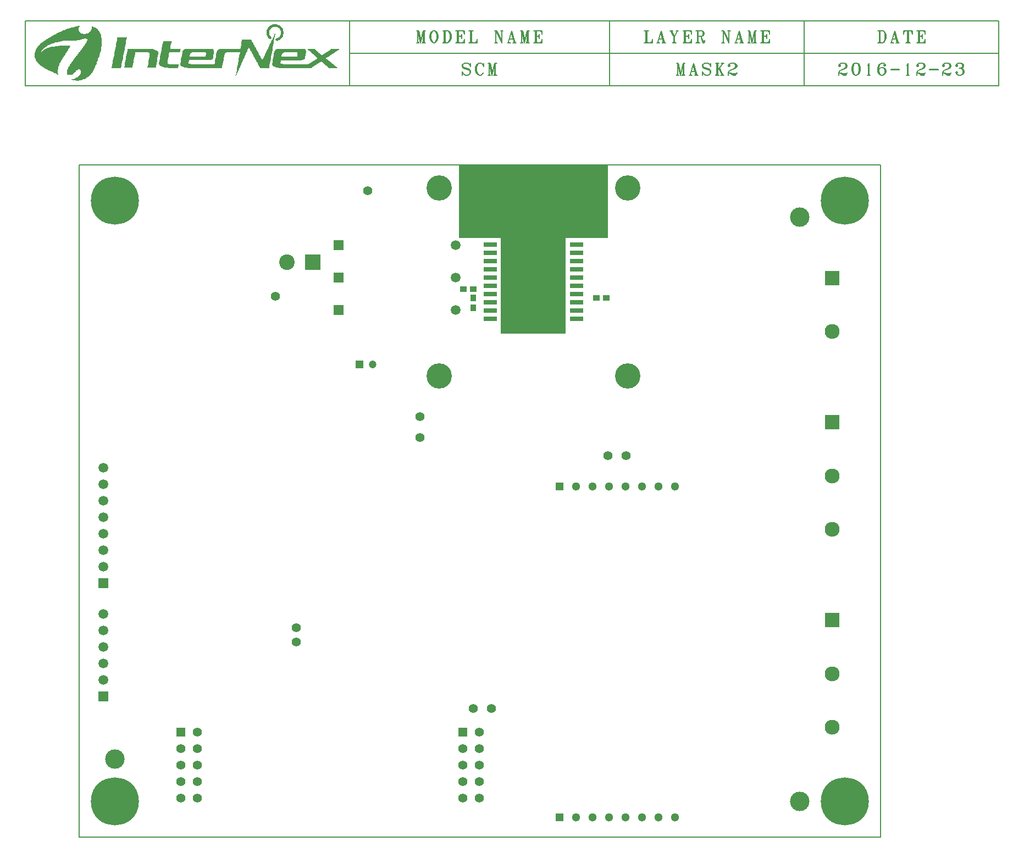
<source format=gbr>
%MOMM*%
%FSLAX33Y33*%
%ADD10C,0.203200*%
%ADD125C,0.200000*%
%ADD129R,1.500000X1.500000*%
%ADD130C,1.500000*%
%ADD131R,0.900000X1.000000*%
%ADD133C,1.400000*%
%ADD134R,1.400000X1.400000*%
%ADD135R,1.000000X0.900000*%
%ADD147C,2.400000*%
%ADD152R,2.400000X2.400000*%
%ADD156R,1.200000X1.200000*%
%ADD162C,3.900000*%
%ADD163R,1.300000X1.300000*%
%ADD171C,2.300000*%
%ADD172R,2.300000X2.300000*%
%ADD173C,3.000000*%
%ADD174C,7.400000*%
%ADD175C,3.500000*%
%ADD218R,2.050000X0.735000*%
%ADD225C,1.000000*%
%ADD226C,1.200000*%
%ADD227C,1.300000*%
G90*G71*G01*D02*G54D10*X0Y0D02*X123500Y0D01*X123500Y103500D01*
X0Y103500D01*X0Y0D01*D02*G54D125*X41700Y125700D02*
X-8300Y125700D01*X-8300Y115700D01*X41700Y115700D01*X41700Y120700D02*
X141700Y120700D01*X81700Y125700D02*X81700Y115700D01*X41700Y125700D02*
X141700Y125700D01*X141700Y115700D02*X41700Y115700D01*X41700Y125700D02*
X41700Y115700D01*X141700Y125700D02*X141700Y115700D01*X111700Y125700D02*
X111700Y115700D01*X117141Y118836D02*X117141Y118745D01*X117232Y118745D01*
X117232Y118836D01*X117141Y118836D01*X117141Y118927D02*X117232Y118927D01*
X117323Y118836D01*X117323Y118745D01*X117232Y118655D01*X117141Y118655D01*
X117050Y118745D01*X117050Y118836D01*X117141Y119018D01*X117232Y119109D01*
X117505Y119170D01*X117882Y119170D01*X118155Y119109D01*X118246Y119018D01*
X118350Y118836D01*X118350Y118655D01*X118246Y118503D01*X117973Y118321D01*
X117505Y118139D01*X117323Y118048D01*X117141Y117867D01*X117050Y117624D01*
X117050Y117352D01*X118155Y119018D02*X118246Y118836D01*X118246Y118655D01*
X118155Y118503D01*X117882Y119170D02*X118064Y119109D01*X118155Y118836D01*
X118155Y118655D01*X118064Y118503D01*X117882Y118321D01*X117505Y118139D01*
X117050Y117533D02*X117141Y117624D01*X117323Y117624D01*X117778Y117533D01*
X118155Y117533D01*X118350Y117624D01*X117323Y117624D02*X117778Y117442D01*
X118155Y117442D01*X118246Y117533D01*X117323Y117624D02*X117778Y117352D01*
X118155Y117352D01*X118246Y117442D01*X118350Y117624D01*X118350Y117776D01*
X119596Y119170D02*X119323Y119109D01*X119141Y118836D01*X119050Y118412D01*
X119050Y118139D01*X119141Y117715D01*X119323Y117442D01*X119596Y117352D01*
X119791Y117352D01*X120064Y117442D01*X120246Y117715D01*X120350Y118139D01*
X120350Y118412D01*X120246Y118836D01*X120064Y119109D01*X119791Y119170D01*
X119596Y119170D01*X119323Y119018D02*X119232Y118836D01*X119141Y118503D01*
X119141Y118048D01*X119232Y117715D01*X119323Y117533D01*X120064Y117533D02*
X120155Y117715D01*X120246Y118048D01*X120246Y118503D01*X120155Y118836D01*
X120064Y119018D01*X119596Y119170D02*X119414Y119109D01*X119323Y118927D01*
X119232Y118503D01*X119232Y118048D01*X119323Y117624D01*X119414Y117442D01*
X119596Y117352D01*X119791Y117352D02*X119973Y117442D01*X120064Y117624D01*
X120155Y118048D01*X120155Y118503D01*X120064Y118927D01*X119973Y119109D01*
X119791Y119170D01*X121635Y119018D02*X121635Y117352D01*X121687Y119018D02*
X121687Y117442D01*X121726Y119170D02*X121726Y117352D01*X121726Y119170D02*
X121596Y118927D01*X121518Y118836D01*X121479Y117352D02*X121895Y117352D01*
X121635Y117442D02*X121557Y117352D01*X121635Y117533D02*X121596Y117352D01*
X121726Y117533D02*X121765Y117352D01*X121726Y117442D02*X121804Y117352D01*
X124064Y118927D02*X124064Y118836D01*X124155Y118836D01*X124155Y118927D01*
X124064Y118927D01*X124155Y119018D02*X124064Y119018D01*X123973Y118927D01*
X123973Y118836D01*X124064Y118745D01*X124155Y118745D01*X124246Y118836D01*
X124246Y118927D01*X124155Y119109D01*X123973Y119170D01*X123700Y119170D01*
X123414Y119109D01*X123232Y118927D01*X123141Y118745D01*X123050Y118412D01*
X123050Y117867D01*X123141Y117624D01*X123323Y117442D01*X123596Y117352D01*
X123791Y117352D01*X124064Y117442D01*X124246Y117624D01*X124350Y117867D01*
X124350Y117958D01*X124246Y118230D01*X124064Y118412D01*X123791Y118503D01*
X123596Y118503D01*X123414Y118412D01*X123323Y118321D01*X123232Y118139D01*
X123323Y118927D02*X123232Y118745D01*X123141Y118412D01*X123141Y117867D01*
X123232Y117624D01*X123323Y117533D01*X124155Y117624D02*X124246Y117776D01*
X124246Y118048D01*X124155Y118230D01*X123700Y119170D02*X123505Y119109D01*
X123414Y119018D01*X123323Y118836D01*X123232Y118503D01*X123232Y117867D01*
X123323Y117624D01*X123414Y117442D01*X123596Y117352D01*X123791Y117352D02*
X123973Y117442D01*X124064Y117533D01*X124155Y117776D01*X124155Y118048D01*
X124064Y118321D01*X123973Y118412D01*X123791Y118503D01*X125050Y118230D02*
X126350Y118230D01*X126350Y118139D01*X125050Y118230D02*X125050Y118139D01*
X126350Y118139D01*X127635Y119018D02*X127635Y117352D01*X127687Y119018D02*
X127687Y117442D01*X127726Y119170D02*X127726Y117352D01*X127726Y119170D02*
X127596Y118927D01*X127518Y118836D01*X127479Y117352D02*X127895Y117352D01*
X127635Y117442D02*X127557Y117352D01*X127635Y117533D02*X127596Y117352D01*
X127726Y117533D02*X127765Y117352D01*X127726Y117442D02*X127804Y117352D01*
X129141Y118836D02*X129141Y118745D01*X129232Y118745D01*X129232Y118836D01*
X129141Y118836D01*X129141Y118927D02*X129232Y118927D01*X129323Y118836D01*
X129323Y118745D01*X129232Y118655D01*X129141Y118655D01*X129050Y118745D01*
X129050Y118836D01*X129141Y119018D01*X129232Y119109D01*X129505Y119170D01*
X129882Y119170D01*X130155Y119109D01*X130246Y119018D01*X130350Y118836D01*
X130350Y118655D01*X130246Y118503D01*X129973Y118321D01*X129505Y118139D01*
X129323Y118048D01*X129141Y117867D01*X129050Y117624D01*X129050Y117352D01*
X130155Y119018D02*X130246Y118836D01*X130246Y118655D01*X130155Y118503D01*
X129882Y119170D02*X130064Y119109D01*X130155Y118836D01*X130155Y118655D01*
X130064Y118503D01*X129882Y118321D01*X129505Y118139D01*X129050Y117533D02*
X129141Y117624D01*X129323Y117624D01*X129778Y117533D01*X130155Y117533D01*
X130350Y117624D01*X129323Y117624D02*X129778Y117442D01*X130155Y117442D01*
X130246Y117533D01*X129323Y117624D02*X129778Y117352D01*X130155Y117352D01*
X130246Y117442D01*X130350Y117624D01*X130350Y117776D01*X131050Y118230D02*
X132350Y118230D01*X132350Y118139D01*X131050Y118230D02*X131050Y118139D01*
X132350Y118139D01*X133141Y118836D02*X133141Y118745D01*X133232Y118745D01*
X133232Y118836D01*X133141Y118836D01*X133141Y118927D02*X133232Y118927D01*
X133323Y118836D01*X133323Y118745D01*X133232Y118655D01*X133141Y118655D01*
X133050Y118745D01*X133050Y118836D01*X133141Y119018D01*X133232Y119109D01*
X133505Y119170D01*X133882Y119170D01*X134155Y119109D01*X134246Y119018D01*
X134350Y118836D01*X134350Y118655D01*X134246Y118503D01*X133973Y118321D01*
X133505Y118139D01*X133323Y118048D01*X133141Y117867D01*X133050Y117624D01*
X133050Y117352D01*X134155Y119018D02*X134246Y118836D01*X134246Y118655D01*
X134155Y118503D01*X133882Y119170D02*X134064Y119109D01*X134155Y118836D01*
X134155Y118655D01*X134064Y118503D01*X133882Y118321D01*X133505Y118139D01*
X133050Y117533D02*X133141Y117624D01*X133323Y117624D01*X133778Y117533D01*
X134155Y117533D01*X134350Y117624D01*X133323Y117624D02*X133778Y117442D01*
X134155Y117442D01*X134246Y117533D01*X133323Y117624D02*X133778Y117352D01*
X134155Y117352D01*X134246Y117442D01*X134350Y117624D01*X134350Y117776D01*
X135141Y118836D02*X135141Y118745D01*X135232Y118745D01*X135232Y118836D01*
X135141Y118836D01*X135141Y118927D02*X135232Y118927D01*X135323Y118836D01*
X135323Y118745D01*X135232Y118655D01*X135141Y118655D01*X135050Y118745D01*
X135050Y118836D01*X135141Y119018D01*X135232Y119109D01*X135505Y119170D01*
X135882Y119170D01*X136155Y119109D01*X136246Y118927D01*X136246Y118655D01*
X136155Y118503D01*X135882Y118412D01*X136064Y119109D02*X136155Y118927D01*
X136155Y118655D01*X136064Y118503D01*X135791Y119170D02*X135973Y119109D01*
X136064Y118927D01*X136064Y118655D01*X135973Y118503D01*X135791Y118412D01*
X135596Y118412D02*X135882Y118412D01*X136064Y118321D01*X136246Y118139D01*
X136350Y117958D01*X136350Y117715D01*X136246Y117533D01*X136155Y117442D01*
X135882Y117352D01*X135505Y117352D01*X135232Y117442D01*X135141Y117533D01*
X135050Y117715D01*X135050Y117776D01*X135141Y117867D01*X135232Y117867D01*
X135323Y117776D01*X135323Y117715D01*X135232Y117624D01*X135141Y117624D01*
X136155Y118139D02*X136246Y117958D01*X136246Y117715D01*X136155Y117533D01*
X135791Y118412D02*X135973Y118321D01*X136064Y118230D01*X136155Y117958D01*
X136155Y117715D01*X136064Y117442D01*X135882Y117352D01*X135141Y117776D02*
X135141Y117715D01*X135232Y117715D01*X135232Y117776D01*X135141Y117776D01*
X123271Y124170D02*X123271Y122352D01*X123349Y124109D02*X123349Y122442D01*
X123427Y124170D02*X123427Y122352D01*X123050Y124170D02*X123804Y124170D01*
X124038Y124109D01*X124194Y123927D01*X124272Y123745D01*X124350Y123503D01*
X124350Y123048D01*X124272Y122776D01*X124194Y122624D01*X124038Y122442D01*
X123804Y122352D01*X123050Y122352D01*X124116Y123927D02*X124194Y123745D01*
X124272Y123503D01*X124272Y123048D01*X124194Y122776D01*X124116Y122624D01*
X123804Y124170D02*X123960Y124109D01*X124116Y123836D01*X124194Y123503D01*
X124194Y123048D01*X124116Y122715D01*X123960Y122442D01*X123804Y122352D01*
X123115Y124170D02*X123271Y124109D01*X123193Y124170D02*X123271Y124018D01*
X123505Y124170D02*X123427Y124018D01*X123583Y124170D02*X123427Y124109D01*
X123271Y122442D02*X123115Y122352D01*X123271Y122533D02*X123193Y122352D01*
X123427Y122533D02*X123505Y122352D01*X123427Y122442D02*X123583Y122352D01*
X125700Y124170D02*X125193Y122442D01*X125622Y123927D02*X126051Y122352D01*
X125700Y123927D02*X126129Y122352D01*X125700Y124170D02*X126194Y122352D01*
X125336Y122867D02*X125986Y122867D01*X125050Y122352D02*X125479Y122352D01*
X125843Y122352D02*X126350Y122352D01*X125193Y122442D02*X125115Y122352D01*
X125193Y122442D02*X125336Y122352D01*X126051Y122442D02*X125908Y122352D01*
X126051Y122533D02*X125986Y122352D01*X126129Y122533D02*X126272Y122352D01*
X127050Y124170D02*X127050Y123655D01*X127609Y124170D02*X127609Y122352D01*
X127700Y124109D02*X127700Y122442D01*X127778Y124170D02*X127778Y122352D01*
X128350Y124170D02*X128350Y123655D01*X127050Y124170D02*X128350Y124170D01*
X127375Y122352D02*X128012Y122352D01*X127128Y124170D02*X127050Y123655D01*
X127206Y124170D02*X127050Y123927D01*X127284Y124170D02*X127050Y124018D01*
X127453Y124170D02*X127050Y124109D01*X127934Y124170D02*X128350Y124109D01*
X128103Y124170D02*X128350Y124018D01*X128181Y124170D02*X128350Y123927D01*
X128259Y124170D02*X128350Y123655D01*X127609Y122442D02*X127453Y122352D01*
X127609Y122533D02*X127531Y122352D01*X127778Y122533D02*X127856Y122352D01*
X127778Y122442D02*X127934Y122352D01*X129284Y124170D02*X129284Y122352D01*
X129362Y124109D02*X129362Y122442D01*X129453Y124170D02*X129453Y122352D01*
X129050Y124170D02*X130350Y124170D01*X130350Y123655D01*X129453Y123321D02*
X129934Y123321D01*X129934Y123655D02*X129934Y122958D01*X129050Y122352D02*
X130350Y122352D01*X130350Y122867D01*X129128Y124170D02*X129284Y124109D01*
X129206Y124170D02*X129284Y124018D01*X129531Y124170D02*X129453Y124018D01*
X129609Y124170D02*X129453Y124109D01*X129934Y124170D02*X130350Y124109D01*
X130103Y124170D02*X130350Y124018D01*X130181Y124170D02*X130350Y123927D01*
X130259Y124170D02*X130350Y123655D01*X129934Y123655D02*X129856Y123321D01*
X129934Y122958D01*X129934Y123503D02*X129778Y123321D01*X129934Y123139D01*
X129934Y123412D02*X129609Y123321D01*X129934Y123230D01*X129284Y122442D02*
X129128Y122352D01*X129284Y122533D02*X129206Y122352D01*X129453Y122533D02*
X129531Y122352D01*X129453Y122442D02*X129609Y122352D01*X129934Y122352D02*
X130350Y122442D01*X130103Y122352D02*X130350Y122533D01*X130181Y122352D02*
X130350Y122624D01*X130259Y122352D02*X130350Y122867D01*X87310Y124170D02*
X87310Y122352D01*X87388Y124109D02*X87388Y122442D01*X87479Y124170D02*
X87479Y122352D01*X87050Y124170D02*X87739Y124170D01*X87050Y122352D02*
X88350Y122352D01*X88350Y122867D01*X87128Y124170D02*X87310Y124109D01*
X87219Y124170D02*X87310Y124018D01*X87570Y124170D02*X87479Y124018D01*
X87648Y124170D02*X87479Y124109D01*X87310Y122442D02*X87128Y122352D01*
X87310Y122533D02*X87219Y122352D01*X87479Y122533D02*X87570Y122352D01*
X87479Y122442D02*X87648Y122352D01*X87908Y122352D02*X88350Y122442D01*
X88077Y122352D02*X88350Y122533D01*X88168Y122352D02*X88350Y122624D01*
X88259Y122352D02*X88350Y122867D01*X89700Y124170D02*X89193Y122442D01*
X89622Y123927D02*X90051Y122352D01*X89700Y123927D02*X90129Y122352D01*
X89700Y124170D02*X90194Y122352D01*X89336Y122867D02*X89986Y122867D01*
X89050Y122352D02*X89479Y122352D01*X89843Y122352D02*X90350Y122352D01*
X89193Y122442D02*X89115Y122352D01*X89193Y122442D02*X89336Y122352D01*
X90051Y122442D02*X89908Y122352D01*X90051Y122533D02*X89986Y122352D01*
X90129Y122533D02*X90272Y122352D01*X91180Y124170D02*X91622Y123230D01*
X91622Y122352D01*X91245Y124170D02*X91687Y123230D01*X91687Y122442D01*
X91297Y124170D02*X91765Y123230D01*X91765Y122352D01*X92142Y124109D02*
X91765Y123230D01*X91050Y124170D02*X91505Y124170D01*X91947Y124170D02*
X92350Y124170D01*X91440Y122352D02*X91947Y122352D01*X91115Y124170D02*
X91245Y124109D01*X91440Y124170D02*X91297Y124109D01*X92025Y124170D02*
X92142Y124109D01*X92272Y124170D02*X92142Y124109D01*X91622Y122442D02*
X91505Y122352D01*X91622Y122533D02*X91557Y122352D01*X91765Y122533D02*
X91817Y122352D01*X91765Y122442D02*X91882Y122352D01*X93284Y124170D02*
X93284Y122352D01*X93362Y124109D02*X93362Y122442D01*X93453Y124170D02*
X93453Y122352D01*X93050Y124170D02*X94350Y124170D01*X94350Y123655D01*
X93453Y123321D02*X93934Y123321D01*X93934Y123655D02*X93934Y122958D01*
X93050Y122352D02*X94350Y122352D01*X94350Y122867D01*X93128Y124170D02*
X93284Y124109D01*X93206Y124170D02*X93284Y124018D01*X93531Y124170D02*
X93453Y124018D01*X93609Y124170D02*X93453Y124109D01*X93934Y124170D02*
X94350Y124109D01*X94103Y124170D02*X94350Y124018D01*X94181Y124170D02*
X94350Y123927D01*X94259Y124170D02*X94350Y123655D01*X93934Y123655D02*
X93856Y123321D01*X93934Y122958D01*X93934Y123503D02*X93778Y123321D01*
X93934Y123139D01*X93934Y123412D02*X93609Y123321D01*X93934Y123230D01*
X93284Y122442D02*X93128Y122352D01*X93284Y122533D02*X93206Y122352D01*
X93453Y122533D02*X93531Y122352D01*X93453Y122442D02*X93609Y122352D01*
X93934Y122352D02*X94350Y122442D01*X94103Y122352D02*X94350Y122533D01*
X94181Y122352D02*X94350Y122624D01*X94259Y122352D02*X94350Y122867D01*
X95258Y124170D02*X95258Y122352D01*X95336Y124109D02*X95336Y122442D01*
X95401Y124170D02*X95401Y122352D01*X95050Y124170D02*X95908Y124170D01*
X96129Y124109D01*X96194Y124018D01*X96272Y123836D01*X96272Y123655D01*
X96194Y123503D01*X96129Y123412D01*X95908Y123321D01*X95401Y123321D01*
X96129Y124018D02*X96194Y123836D01*X96194Y123655D01*X96129Y123503D01*
X95908Y124170D02*X96051Y124109D01*X96129Y123927D01*X96129Y123564D01*
X96051Y123412D01*X95908Y123321D01*X95687Y123321D02*X95843Y123230D01*
X95908Y123048D01*X96051Y122533D01*X96129Y122352D01*X96272Y122352D01*
X96350Y122533D01*X96350Y122715D01*X96051Y122715D02*X96129Y122533D01*
X96194Y122442D01*X96272Y122442D01*X95843Y123230D02*X95908Y123139D01*
X96129Y122624D01*X96194Y122533D01*X96272Y122533D01*X96350Y122624D01*
X95050Y122352D02*X95622Y122352D01*X95115Y124170D02*X95258Y124109D01*
X95193Y124170D02*X95258Y124018D01*X95479Y124170D02*X95401Y124018D01*
X95544Y124170D02*X95401Y124109D01*X95258Y122442D02*X95115Y122352D01*
X95258Y122533D02*X95193Y122352D01*X95401Y122533D02*X95479Y122352D01*
X95401Y122442D02*X95544Y122352D01*X99232Y124170D02*X99232Y122442D01*
X99232Y124170D02*X100142Y122352D01*X99310Y124170D02*X100077Y122624D01*
X99362Y124170D02*X100142Y122624D01*X100142Y124109D02*X100142Y122352D01*
X99050Y124170D02*X99362Y124170D01*X99960Y124170D02*X100350Y124170D01*
X99050Y122352D02*X99427Y122352D01*X99102Y124170D02*X99232Y124109D01*
X100025Y124170D02*X100142Y124109D01*X100285Y124170D02*X100142Y124109D01*
X99232Y122442D02*X99102Y122352D01*X99232Y122442D02*X99362Y122352D01*
X101700Y124170D02*X101193Y122442D01*X101622Y123927D02*X102051Y122352D01*
X101700Y123927D02*X102129Y122352D01*X101700Y124170D02*X102194Y122352D01*
X101336Y122867D02*X101986Y122867D01*X101050Y122352D02*X101479Y122352D01*
X101843Y122352D02*X102350Y122352D01*X101193Y122442D02*X101115Y122352D01*
X101193Y122442D02*X101336Y122352D01*X102051Y122442D02*X101908Y122352D01*
X102051Y122533D02*X101986Y122352D01*X102129Y122533D02*X102272Y122352D01*
X103219Y124170D02*X103219Y122442D01*X103219Y124170D02*X103635Y122352D01*
X103284Y124170D02*X103635Y122624D01*X103336Y124170D02*X103687Y122624D01*
X104051Y124170D02*X103635Y122352D01*X104051Y124170D02*X104051Y122352D01*
X104103Y124109D02*X104103Y122442D01*X104168Y124170D02*X104168Y122352D01*
X103050Y124170D02*X103336Y124170D01*X104051Y124170D02*X104350Y124170D01*
X103050Y122352D02*X103401Y122352D01*X103869Y122352D02*X104350Y122352D01*
X103102Y124170D02*X103219Y124109D01*X104220Y124170D02*X104168Y124018D01*
X104285Y124170D02*X104168Y124109D01*X103219Y122442D02*X103102Y122352D01*
X103219Y122442D02*X103336Y122352D01*X104051Y122442D02*X103934Y122352D01*
X104051Y122533D02*X103986Y122352D01*X104168Y122533D02*X104220Y122352D01*
X104168Y122442D02*X104285Y122352D01*X105284Y124170D02*X105284Y122352D01*
X105362Y124109D02*X105362Y122442D01*X105453Y124170D02*X105453Y122352D01*
X105050Y124170D02*X106350Y124170D01*X106350Y123655D01*X105453Y123321D02*
X105934Y123321D01*X105934Y123655D02*X105934Y122958D01*X105050Y122352D02*
X106350Y122352D01*X106350Y122867D01*X105128Y124170D02*X105284Y124109D01*
X105206Y124170D02*X105284Y124018D01*X105531Y124170D02*X105453Y124018D01*
X105609Y124170D02*X105453Y124109D01*X105934Y124170D02*X106350Y124109D01*
X106103Y124170D02*X106350Y124018D01*X106181Y124170D02*X106350Y123927D01*
X106259Y124170D02*X106350Y123655D01*X105934Y123655D02*X105856Y123321D01*
X105934Y122958D01*X105934Y123503D02*X105778Y123321D01*X105934Y123139D01*
X105934Y123412D02*X105609Y123321D01*X105934Y123230D01*X105284Y122442D02*
X105128Y122352D01*X105284Y122533D02*X105206Y122352D01*X105453Y122533D02*
X105531Y122352D01*X105453Y122442D02*X105609Y122352D01*X105934Y122352D02*
X106350Y122442D01*X106103Y122352D02*X106350Y122533D01*X106181Y122352D02*
X106350Y122624D01*X106259Y122352D02*X106350Y122867D01*X52219Y124170D02*
X52219Y122442D01*X52219Y124170D02*X52635Y122352D01*X52284Y124170D02*
X52635Y122624D01*X52336Y124170D02*X52687Y122624D01*X53051Y124170D02*
X52635Y122352D01*X53051Y124170D02*X53051Y122352D01*X53103Y124109D02*
X53103Y122442D01*X53168Y124170D02*X53168Y122352D01*X52050Y124170D02*
X52336Y124170D01*X53051Y124170D02*X53350Y124170D01*X52050Y122352D02*
X52401Y122352D01*X52869Y122352D02*X53350Y122352D01*X52102Y124170D02*
X52219Y124109D01*X53220Y124170D02*X53168Y124018D01*X53285Y124170D02*
X53168Y124109D01*X52219Y122442D02*X52102Y122352D01*X52219Y122442D02*
X52336Y122352D01*X53051Y122442D02*X52934Y122352D01*X53051Y122533D02*
X52986Y122352D01*X53168Y122533D02*X53220Y122352D01*X53168Y122442D02*
X53285Y122352D01*X54609Y124170D02*X54375Y124109D01*X54206Y123927D01*
X54128Y123745D01*X54050Y123412D01*X54050Y123139D01*X54128Y122776D01*
X54206Y122624D01*X54375Y122442D01*X54609Y122352D01*X54778Y122352D01*
X55025Y122442D01*X55181Y122624D01*X55259Y122776D01*X55350Y123139D01*
X55350Y123412D01*X55259Y123745D01*X55181Y123927D01*X55025Y124109D01*
X54778Y124170D01*X54609Y124170D01*X54284Y123927D02*X54206Y123745D01*
X54128Y123503D01*X54128Y123048D01*X54206Y122776D01*X54284Y122624D01*
X55103Y122624D02*X55181Y122776D01*X55259Y123048D01*X55259Y123503D01*
X55181Y123745D01*X55103Y123927D01*X54609Y124170D02*X54453Y124109D01*
X54284Y123836D01*X54206Y123503D01*X54206Y123048D01*X54284Y122715D01*
X54453Y122442D01*X54609Y122352D01*X54778Y122352D02*X54934Y122442D01*
X55103Y122715D01*X55181Y123048D01*X55181Y123503D01*X55103Y123836D01*
X54934Y124109D01*X54778Y124170D01*X56271Y124170D02*X56271Y122352D01*
X56349Y124109D02*X56349Y122442D01*X56427Y124170D02*X56427Y122352D01*
X56050Y124170D02*X56804Y124170D01*X57038Y124109D01*X57194Y123927D01*
X57272Y123745D01*X57350Y123503D01*X57350Y123048D01*X57272Y122776D01*
X57194Y122624D01*X57038Y122442D01*X56804Y122352D01*X56050Y122352D01*
X57116Y123927D02*X57194Y123745D01*X57272Y123503D01*X57272Y123048D01*
X57194Y122776D01*X57116Y122624D01*X56804Y124170D02*X56960Y124109D01*
X57116Y123836D01*X57194Y123503D01*X57194Y123048D01*X57116Y122715D01*
X56960Y122442D01*X56804Y122352D01*X56115Y124170D02*X56271Y124109D01*
X56193Y124170D02*X56271Y124018D01*X56505Y124170D02*X56427Y124018D01*
X56583Y124170D02*X56427Y124109D01*X56271Y122442D02*X56115Y122352D01*
X56271Y122533D02*X56193Y122352D01*X56427Y122533D02*X56505Y122352D01*
X56427Y122442D02*X56583Y122352D01*X58284Y124170D02*X58284Y122352D01*
X58362Y124109D02*X58362Y122442D01*X58453Y124170D02*X58453Y122352D01*
X58050Y124170D02*X59350Y124170D01*X59350Y123655D01*X58453Y123321D02*
X58934Y123321D01*X58934Y123655D02*X58934Y122958D01*X58050Y122352D02*
X59350Y122352D01*X59350Y122867D01*X58128Y124170D02*X58284Y124109D01*
X58206Y124170D02*X58284Y124018D01*X58531Y124170D02*X58453Y124018D01*
X58609Y124170D02*X58453Y124109D01*X58934Y124170D02*X59350Y124109D01*
X59103Y124170D02*X59350Y124018D01*X59181Y124170D02*X59350Y123927D01*
X59259Y124170D02*X59350Y123655D01*X58934Y123655D02*X58856Y123321D01*
X58934Y122958D01*X58934Y123503D02*X58778Y123321D01*X58934Y123139D01*
X58934Y123412D02*X58609Y123321D01*X58934Y123230D01*X58284Y122442D02*
X58128Y122352D01*X58284Y122533D02*X58206Y122352D01*X58453Y122533D02*
X58531Y122352D01*X58453Y122442D02*X58609Y122352D01*X58934Y122352D02*
X59350Y122442D01*X59103Y122352D02*X59350Y122533D01*X59181Y122352D02*
X59350Y122624D01*X59259Y122352D02*X59350Y122867D01*X60310Y124170D02*
X60310Y122352D01*X60388Y124109D02*X60388Y122442D01*X60479Y124170D02*
X60479Y122352D01*X60050Y124170D02*X60739Y124170D01*X60050Y122352D02*
X61350Y122352D01*X61350Y122867D01*X60128Y124170D02*X60310Y124109D01*
X60219Y124170D02*X60310Y124018D01*X60570Y124170D02*X60479Y124018D01*
X60648Y124170D02*X60479Y124109D01*X60310Y122442D02*X60128Y122352D01*
X60310Y122533D02*X60219Y122352D01*X60479Y122533D02*X60570Y122352D01*
X60479Y122442D02*X60648Y122352D01*X60908Y122352D02*X61350Y122442D01*
X61077Y122352D02*X61350Y122533D01*X61168Y122352D02*X61350Y122624D01*
X61259Y122352D02*X61350Y122867D01*X64232Y124170D02*X64232Y122442D01*
X64232Y124170D02*X65142Y122352D01*X64310Y124170D02*X65077Y122624D01*
X64362Y124170D02*X65142Y122624D01*X65142Y124109D02*X65142Y122352D01*
X64050Y124170D02*X64362Y124170D01*X64960Y124170D02*X65350Y124170D01*
X64050Y122352D02*X64427Y122352D01*X64102Y124170D02*X64232Y124109D01*
X65025Y124170D02*X65142Y124109D01*X65285Y124170D02*X65142Y124109D01*
X64232Y122442D02*X64102Y122352D01*X64232Y122442D02*X64362Y122352D01*
X66700Y124170D02*X66193Y122442D01*X66622Y123927D02*X67051Y122352D01*
X66700Y123927D02*X67129Y122352D01*X66700Y124170D02*X67194Y122352D01*
X66336Y122867D02*X66986Y122867D01*X66050Y122352D02*X66479Y122352D01*
X66843Y122352D02*X67350Y122352D01*X66193Y122442D02*X66115Y122352D01*
X66193Y122442D02*X66336Y122352D01*X67051Y122442D02*X66908Y122352D01*
X67051Y122533D02*X66986Y122352D01*X67129Y122533D02*X67272Y122352D01*
X68219Y124170D02*X68219Y122442D01*X68219Y124170D02*X68635Y122352D01*
X68284Y124170D02*X68635Y122624D01*X68336Y124170D02*X68687Y122624D01*
X69051Y124170D02*X68635Y122352D01*X69051Y124170D02*X69051Y122352D01*
X69103Y124109D02*X69103Y122442D01*X69168Y124170D02*X69168Y122352D01*
X68050Y124170D02*X68336Y124170D01*X69051Y124170D02*X69350Y124170D01*
X68050Y122352D02*X68401Y122352D01*X68869Y122352D02*X69350Y122352D01*
X68102Y124170D02*X68219Y124109D01*X69220Y124170D02*X69168Y124018D01*
X69285Y124170D02*X69168Y124109D01*X68219Y122442D02*X68102Y122352D01*
X68219Y122442D02*X68336Y122352D01*X69051Y122442D02*X68934Y122352D01*
X69051Y122533D02*X68986Y122352D01*X69168Y122533D02*X69220Y122352D01*
X69168Y122442D02*X69285Y122352D01*X70284Y124170D02*X70284Y122352D01*
X70362Y124109D02*X70362Y122442D01*X70453Y124170D02*X70453Y122352D01*
X70050Y124170D02*X71350Y124170D01*X71350Y123655D01*X70453Y123321D02*
X70934Y123321D01*X70934Y123655D02*X70934Y122958D01*X70050Y122352D02*
X71350Y122352D01*X71350Y122867D01*X70128Y124170D02*X70284Y124109D01*
X70206Y124170D02*X70284Y124018D01*X70531Y124170D02*X70453Y124018D01*
X70609Y124170D02*X70453Y124109D01*X70934Y124170D02*X71350Y124109D01*
X71103Y124170D02*X71350Y124018D01*X71181Y124170D02*X71350Y123927D01*
X71259Y124170D02*X71350Y123655D01*X70934Y123655D02*X70856Y123321D01*
X70934Y122958D01*X70934Y123503D02*X70778Y123321D01*X70934Y123139D01*
X70934Y123412D02*X70609Y123321D01*X70934Y123230D01*X70284Y122442D02*
X70128Y122352D01*X70284Y122533D02*X70206Y122352D01*X70453Y122533D02*
X70531Y122352D01*X70453Y122442D02*X70609Y122352D01*X70934Y122352D02*
X71350Y122442D01*X71103Y122352D02*X71350Y122533D01*X71181Y122352D02*
X71350Y122624D01*X71259Y122352D02*X71350Y122867D01*X60246Y118927D02*
X60350Y119170D01*X60350Y118655D01*X60246Y118927D01*X60064Y119109D01*
X59778Y119170D01*X59505Y119170D01*X59232Y119109D01*X59050Y118927D01*
X59050Y118655D01*X59141Y118503D01*X59414Y118321D01*X59973Y118139D01*
X60155Y118048D01*X60246Y117867D01*X60246Y117624D01*X60155Y117442D01*
X59141Y118655D02*X59232Y118503D01*X59414Y118412D01*X59973Y118230D01*
X60155Y118139D01*X60246Y117958D01*X59232Y119109D02*X59141Y118927D01*
X59141Y118745D01*X59232Y118564D01*X59414Y118503D01*X59973Y118321D01*
X60246Y118139D01*X60350Y117958D01*X60350Y117715D01*X60246Y117533D01*
X60155Y117442D01*X59882Y117352D01*X59596Y117352D01*X59323Y117442D01*
X59141Y117624D01*X59050Y117867D01*X59050Y117352D01*X59141Y117624D01*
X62259Y118927D02*X62350Y119170D01*X62350Y118655D01*X62259Y118927D01*
X62077Y119109D01*X61908Y119170D01*X61648Y119170D01*X61388Y119109D01*
X61219Y118927D01*X61128Y118745D01*X61050Y118503D01*X61050Y118048D01*
X61128Y117776D01*X61219Y117624D01*X61388Y117442D01*X61648Y117352D01*
X61908Y117352D01*X62077Y117442D01*X62259Y117624D01*X62350Y117776D01*
X61297Y118927D02*X61219Y118745D01*X61128Y118503D01*X61128Y118048D01*
X61219Y117776D01*X61297Y117624D01*X61648Y119170D02*X61479Y119109D01*
X61297Y118836D01*X61219Y118503D01*X61219Y118048D01*X61297Y117715D01*
X61479Y117442D01*X61648Y117352D01*X63219Y119170D02*X63219Y117442D01*
X63219Y119170D02*X63635Y117352D01*X63284Y119170D02*X63635Y117624D01*
X63336Y119170D02*X63687Y117624D01*X64051Y119170D02*X63635Y117352D01*
X64051Y119170D02*X64051Y117352D01*X64103Y119109D02*X64103Y117442D01*
X64168Y119170D02*X64168Y117352D01*X63050Y119170D02*X63336Y119170D01*
X64051Y119170D02*X64350Y119170D01*X63050Y117352D02*X63401Y117352D01*
X63869Y117352D02*X64350Y117352D01*X63102Y119170D02*X63219Y119109D01*
X64220Y119170D02*X64168Y119018D01*X64285Y119170D02*X64168Y119109D01*
X63219Y117442D02*X63102Y117352D01*X63219Y117442D02*X63336Y117352D01*
X64051Y117442D02*X63934Y117352D01*X64051Y117533D02*X63986Y117352D01*
X64168Y117533D02*X64220Y117352D01*X64168Y117442D02*X64285Y117352D01*
X92219Y119170D02*X92219Y117442D01*X92219Y119170D02*X92635Y117352D01*
X92284Y119170D02*X92635Y117624D01*X92336Y119170D02*X92687Y117624D01*
X93051Y119170D02*X92635Y117352D01*X93051Y119170D02*X93051Y117352D01*
X93103Y119109D02*X93103Y117442D01*X93168Y119170D02*X93168Y117352D01*
X92050Y119170D02*X92336Y119170D01*X93051Y119170D02*X93350Y119170D01*
X92050Y117352D02*X92401Y117352D01*X92869Y117352D02*X93350Y117352D01*
X92102Y119170D02*X92219Y119109D01*X93220Y119170D02*X93168Y119018D01*
X93285Y119170D02*X93168Y119109D01*X92219Y117442D02*X92102Y117352D01*
X92219Y117442D02*X92336Y117352D01*X93051Y117442D02*X92934Y117352D01*
X93051Y117533D02*X92986Y117352D01*X93168Y117533D02*X93220Y117352D01*
X93168Y117442D02*X93285Y117352D01*X94700Y119170D02*X94193Y117442D01*
X94622Y118927D02*X95051Y117352D01*X94700Y118927D02*X95129Y117352D01*
X94700Y119170D02*X95194Y117352D01*X94336Y117867D02*X94986Y117867D01*
X94050Y117352D02*X94479Y117352D01*X94843Y117352D02*X95350Y117352D01*
X94193Y117442D02*X94115Y117352D01*X94193Y117442D02*X94336Y117352D01*
X95051Y117442D02*X94908Y117352D01*X95051Y117533D02*X94986Y117352D01*
X95129Y117533D02*X95272Y117352D01*X97246Y118927D02*X97350Y119170D01*
X97350Y118655D01*X97246Y118927D01*X97064Y119109D01*X96778Y119170D01*
X96505Y119170D01*X96232Y119109D01*X96050Y118927D01*X96050Y118655D01*
X96141Y118503D01*X96414Y118321D01*X96973Y118139D01*X97155Y118048D01*
X97246Y117867D01*X97246Y117624D01*X97155Y117442D01*X96141Y118655D02*
X96232Y118503D01*X96414Y118412D01*X96973Y118230D01*X97155Y118139D01*
X97246Y117958D01*X96232Y119109D02*X96141Y118927D01*X96141Y118745D01*
X96232Y118564D01*X96414Y118503D01*X96973Y118321D01*X97246Y118139D01*
X97350Y117958D01*X97350Y117715D01*X97246Y117533D01*X97155Y117442D01*
X96882Y117352D01*X96596Y117352D01*X96323Y117442D01*X96141Y117624D01*
X96050Y117867D01*X96050Y117352D01*X96141Y117624D01*X98245Y119170D02*
X98245Y117352D01*X98323Y119109D02*X98323Y117442D01*X98388Y119170D02*
X98388Y117352D01*X99142Y119109D02*X98388Y118139D01*X98596Y118321D02*
X99064Y117352D01*X98661Y118321D02*X99142Y117352D01*X98661Y118503D02*
X99207Y117352D01*X98050Y119170D02*X98596Y119170D01*X98934Y119170D02*
X99350Y119170D01*X98050Y117352D02*X98596Y117352D01*X98869Y117352D02*
X99350Y117352D01*X98115Y119170D02*X98245Y119109D01*X98180Y119170D02*
X98245Y119018D01*X98453Y119170D02*X98388Y119018D01*X98518Y119170D02*
X98388Y119109D01*X99064Y119170D02*X99142Y119109D01*X99272Y119170D02*
X99142Y119109D01*X98245Y117442D02*X98115Y117352D01*X98245Y117533D02*
X98180Y117352D01*X98388Y117533D02*X98453Y117352D01*X98388Y117442D02*
X98518Y117352D01*X99064Y117533D02*X98934Y117352D01*X99064Y117533D02*
X99272Y117352D01*X100141Y118836D02*X100141Y118745D01*X100232Y118745D01*
X100232Y118836D01*X100141Y118836D01*X100141Y118927D02*X100232Y118927D01*
X100323Y118836D01*X100323Y118745D01*X100232Y118655D01*X100141Y118655D01*
X100050Y118745D01*X100050Y118836D01*X100141Y119018D01*X100232Y119109D01*
X100505Y119170D01*X100882Y119170D01*X101155Y119109D01*X101246Y119018D01*
X101350Y118836D01*X101350Y118655D01*X101246Y118503D01*X100973Y118321D01*
X100505Y118139D01*X100323Y118048D01*X100141Y117867D01*X100050Y117624D01*
X100050Y117352D01*X101155Y119018D02*X101246Y118836D01*X101246Y118655D01*
X101155Y118503D01*X100882Y119170D02*X101064Y119109D01*X101155Y118836D01*
X101155Y118655D01*X101064Y118503D01*X100882Y118321D01*X100505Y118139D01*
X100050Y117533D02*X100141Y117624D01*X100323Y117624D01*X100778Y117533D01*
X101155Y117533D01*X101350Y117624D01*X100323Y117624D02*X100778Y117442D01*
X101155Y117442D01*X101246Y117533D01*X100323Y117624D02*X100778Y117352D01*
X101155Y117352D01*X101246Y117442D01*X101350Y117624D01*X101350Y117776D01*D02*
G54D129*X3750Y21650D03*X3750Y39110D03*X40000Y81125D03*X40000Y86125D03*
X40000Y91125D03*D02*G54D130*X3750Y24190D03*X3750Y26730D03*
X3750Y29270D03*X3750Y31810D03*X3750Y34350D03*X3750Y41650D03*
X3750Y44190D03*X3750Y46730D03*X3750Y49270D03*X3750Y51810D03*
X3750Y54350D03*X3750Y56890D03*X58000Y81125D03*X58000Y86125D03*
X58000Y91125D03*D02*G54D131*X60750Y83000D03*X60750Y81500D03*D02*G54D133*
X15660Y6000D03*X15660Y8540D03*X18200Y6000D03*X18200Y8540D03*
X59160Y6000D03*X59160Y8540D03*X61700Y6000D03*X61700Y8540D03*
X15660Y11080D03*X15660Y13620D03*X18200Y11080D03*X18200Y13620D03*
X59160Y11080D03*X59160Y13620D03*X61700Y11080D03*X61700Y13620D03*
X18200Y16160D03*X61700Y16160D03*X60750Y19750D03*X63500Y19750D03*
X33500Y30000D03*X33500Y32250D03*X81500Y58750D03*X84250Y58750D03*
X52500Y64750D03*X52500Y61500D03*X30250Y83250D03*X44500Y99500D03*D02*
G54D134*X15660Y16160D03*X59160Y16160D03*D02*G54D135*X79750Y83000D03*
X81250Y83000D03*X59250Y84375D03*X60750Y84375D03*D02*G54D147*
X32020Y88500D03*D02*G54D152*X35980Y88500D03*D02*G54D156*X43250Y72750D03*
D02*G54D162*X55500Y71000D03*X84500Y71000D03*X55500Y100000D03*
X84500Y100000D03*D02*G54D163*X74000Y3000D03*X74000Y54000D03*D02*G54D171*
X116000Y16900D03*X116000Y25150D03*X116000Y47375D03*X116000Y55625D03*
X116000Y77855D03*D02*G54D172*X116000Y33400D03*X116000Y63875D03*
X116000Y86105D03*D02*G54D173*X111000Y95500D03*X111000Y5500D03*
X5500Y12000D03*X111000Y95500D03*X111000Y5500D03*X5500Y12000D03*
X0Y0D02*D02*G54D174*X5500Y5500D03*X118000Y5500D03*
X5500Y98000D03*X118000Y98000D03*D02*G54D175*X5500Y5500D03*
X118000Y5500D03*X5500Y98000D03*X118000Y98000D03*D02*G54D218*
X63375Y79785D03*X63375Y81055D03*X63375Y82325D03*X76625Y82325D03*
X76625Y81055D03*X76625Y79785D03*X63375Y83595D03*X63375Y84865D03*
X63375Y86135D03*X63375Y87405D03*X63375Y88675D03*X76625Y88675D03*
X76625Y87405D03*X76625Y86135D03*X76625Y84865D03*X76625Y83595D03*
X63375Y89945D03*X63375Y91215D03*X76625Y91215D03*X76625Y89945D03*D02*
G54D225*X5500Y2700D03*X118000Y2700D03*X8300Y5500D03*X7480Y7480D03*
X5500Y8300D03*X3520Y7480D03*X2700Y5500D03*X3520Y3520D03*
X7480Y3520D03*X116020Y7480D03*X115200Y5500D03*X116020Y3520D03*
X120800Y5500D03*X119980Y7480D03*X118000Y8300D03*X119980Y3520D03*
X8300Y98000D03*X7480Y99980D03*X3520Y99980D03*X2700Y98000D03*
X3520Y96020D03*X5500Y95200D03*X7480Y96020D03*X116020Y99980D03*
X115200Y98000D03*X116020Y96020D03*X120800Y98000D03*X119980Y99980D03*
X118000Y95200D03*X119980Y96020D03*X5500Y100800D03*X118000Y100800D03*D02*
G54D226*X45250Y72750D03*D02*G54D227*X76540Y3000D03*X79080Y3000D03*
X81620Y3000D03*X84160Y3000D03*X86700Y3000D03*X89240Y3000D03*
X91780Y3000D03*X76540Y54000D03*X79080Y54000D03*X81620Y54000D03*
X84160Y54000D03*X86700Y54000D03*X89240Y54000D03*X91780Y54000D03*
G36*X58500Y92250D02*X65000Y92250D01*X65000Y77500D01*X75000Y77500D01*
X75000Y92250D01*X81500Y92250D01*X81500Y103500D01*X58500Y103500D01*
X58500Y92250D01*G37*G36*X35171Y121346D02*X35171Y121408D01*X36282Y121408D01*
X36282Y121346D01*X36344Y121346D01*X36344Y121285D01*X36467Y121285D01*
X36467Y121223D01*X36529Y121223D01*X36529Y121161D01*X36591Y121161D01*
X36591Y121099D01*X36652Y121099D01*X36652Y121038D01*X36714Y121038D01*
X36714Y120976D01*X36776Y120976D01*X36776Y120914D01*X36837Y120914D01*
X36837Y120853D01*X36899Y120853D01*X36899Y120791D01*X36961Y120791D01*
X36961Y120729D01*X37084Y120729D01*X37084Y120667D01*X37146Y120667D01*
X37146Y120606D01*X37208Y120606D01*X37208Y120544D01*X37270Y120544D01*
X37270Y120482D01*X37331Y120482D01*X37331Y120421D01*X37455Y120421D01*
X37455Y120482D01*X37578Y120482D01*X37578Y120544D01*X37702Y120544D01*
X37702Y120606D01*X37763Y120606D01*X37763Y120667D01*X37887Y120667D01*
X37887Y120729D01*X37948Y120729D01*X37948Y120791D01*X38072Y120791D01*
X38072Y120853D01*X38195Y120853D01*X38195Y120914D01*X38257Y120914D01*
X38257Y120976D01*X38381Y120976D01*X38381Y121038D01*X38442Y121038D01*
X38442Y121099D01*X38566Y121099D01*X38566Y121161D01*X38627Y121161D01*
X38627Y121223D01*X38751Y121223D01*X38751Y121285D01*X38813Y121285D01*
X38813Y121346D01*X38936Y121346D01*X38936Y121408D01*X40232Y121408D01*
X40232Y121346D01*X40109Y121346D01*X40109Y121285D01*X40047Y121285D01*
X40047Y121223D01*X39924Y121223D01*X39924Y121161D01*X39862Y121161D01*
X39862Y121099D01*X39738Y121099D01*X39738Y121038D01*X39677Y121038D01*
X39677Y120976D01*X39553Y120976D01*X39553Y120914D01*X39492Y120914D01*
X39492Y120853D01*X39368Y120853D01*X39368Y120791D01*X39306Y120791D01*
X39306Y120729D01*X39183Y120729D01*X39183Y120667D01*X39121Y120667D01*
X39121Y120606D01*X38998Y120606D01*X38998Y120544D01*X38936Y120544D01*
X38936Y120482D01*X38813Y120482D01*X38813Y120421D01*X38751Y120421D01*
X38751Y120359D01*X38627Y120359D01*X38627Y120297D01*X38566Y120297D01*
X38566Y120235D01*X38442Y120235D01*X38442Y120174D01*X38381Y120174D01*
X38381Y120112D01*X38257Y120112D01*X38257Y120050D01*X38195Y120050D01*
X38195Y119988D01*X38072Y119988D01*X38072Y119865D01*X36714Y119865D01*
X36714Y120050D01*X36652Y120050D01*X36652Y120112D01*X36529Y120112D01*
X36529Y120174D01*X36467Y120174D01*X36467Y120235D01*X36405Y120235D01*
X36405Y120297D01*X36344Y120297D01*X36344Y120359D01*X36282Y120359D01*
X36282Y120421D01*X36220Y120421D01*X36220Y120482D01*X36159Y120482D01*
X36159Y120544D01*X36097Y120544D01*X36097Y120606D01*X35973Y120606D01*
X35973Y120667D01*X35912Y120667D01*X35912Y120729D01*X35850Y120729D01*
X35850Y120791D01*X35788Y120791D01*X35788Y120853D01*X35726Y120853D01*
X35726Y120914D01*X35665Y120914D01*X35665Y120976D01*X35603Y120976D01*
X35603Y121038D01*X35480Y121038D01*X35480Y121099D01*X35418Y121099D01*
X35418Y121161D01*X35356Y121161D01*X35356Y121223D01*X35294Y121223D01*
X35294Y121285D01*X35233Y121285D01*X35233Y121346D01*X35171Y121346D01*G37*G36*
X35356Y119001D02*X35356Y119063D01*X35480Y119063D01*X35480Y119124D01*
X35541Y119124D01*X35541Y119186D01*X35665Y119186D01*X35665Y119248D01*
X35788Y119248D01*X35788Y119310D01*X35850Y119310D01*X35850Y119371D01*
X35973Y119371D01*X35973Y119433D01*X36035Y119433D01*X36035Y119495D01*
X36097Y119495D01*X36097Y119556D01*X36220Y119556D01*X36220Y119618D01*
X36344Y119618D01*X36344Y119680D01*X36405Y119680D01*X36405Y119742D01*
X36529Y119742D01*X36529Y119803D01*X36591Y119803D01*X36591Y119865D01*
X38134Y119865D01*X38134Y119803D01*X38195Y119803D01*X38195Y119742D01*
X38319Y119742D01*X38319Y119680D01*X38381Y119680D01*X38381Y119618D01*
X38442Y119618D01*X38442Y119556D01*X38504Y119556D01*X38504Y119495D01*
X38627Y119495D01*X38627Y119433D01*X38689Y119433D01*X38689Y119371D01*
X38751Y119371D01*X38751Y119310D01*X38813Y119310D01*X38813Y119248D01*
X38936Y119248D01*X38936Y119186D01*X38998Y119186D01*X38998Y119124D01*
X39059Y119124D01*X39059Y119063D01*X39121Y119063D01*X39121Y119001D01*
X39245Y119001D01*X39245Y118939D01*X39306Y118939D01*X39306Y118877D01*
X39368Y118877D01*X39368Y118816D01*X39430Y118816D01*X39430Y118754D01*
X39492Y118754D01*X39492Y118692D01*X39615Y118692D01*X39615Y118631D01*
X39677Y118631D01*X39677Y118569D01*X39738Y118569D01*X39738Y118507D01*
X39800Y118507D01*X39800Y118445D01*X38504Y118445D01*X38504Y118507D01*
X38381Y118507D01*X38381Y118569D01*X38319Y118569D01*X38319Y118631D01*
X38257Y118631D01*X38257Y118692D01*X38195Y118692D01*X38195Y118754D01*
X38134Y118754D01*X38134Y118816D01*X38072Y118816D01*X38072Y118877D01*
X37948Y118877D01*X37948Y118939D01*X37887Y118939D01*X37887Y119001D01*
X37825Y119001D01*X37825Y119063D01*X37763Y119063D01*X37763Y119124D01*
X37702Y119124D01*X37702Y119186D01*X37640Y119186D01*X37640Y119248D01*
X37516Y119248D01*X37516Y119310D01*X37455Y119310D01*X37455Y119371D01*
X37393Y119371D01*X37393Y119433D01*X37270Y119433D01*X37270Y119371D01*
X37146Y119371D01*X37146Y119310D01*X37084Y119310D01*X37084Y119248D01*
X36961Y119248D01*X36961Y119186D01*X36837Y119186D01*X36837Y119124D01*
X36776Y119124D01*X36776Y119063D01*X36652Y119063D01*X36652Y119001D01*
X35356Y119001D01*G37*G36*X30295Y122704D02*X30357Y122704D01*X30357Y122643D01*
X30480Y122643D01*X30480Y122581D01*X30604Y122581D01*X30604Y122643D01*
X30727Y122643D01*X30727Y122704D01*X30850Y122704D01*X30850Y122766D01*
X30974Y122766D01*X30974Y122828D01*X31036Y122828D01*X31036Y122889D01*
X31097Y122889D01*X31097Y122951D01*X31159Y122951D01*X31159Y123013D01*
X31221Y123013D01*X31221Y123075D01*X31282Y123075D01*X31282Y123198D01*
X31344Y123198D01*X31344Y123260D01*X31406Y123260D01*X31406Y123383D01*
X31468Y123383D01*X31468Y123630D01*X31529Y123630D01*X31529Y124124D01*
X31468Y124124D01*X31468Y124309D01*X31036Y124309D01*X31036Y124186D01*
X31097Y124186D01*X31097Y123568D01*X31036Y123568D01*X31036Y123445D01*
X30974Y123445D01*X30974Y123321D01*X30912Y123321D01*X30912Y123260D01*
X30850Y123260D01*X30850Y123198D01*X30789Y123198D01*X30789Y123136D01*
X30665Y123136D01*X30665Y123075D01*X30542Y123075D01*X30542Y123013D01*
X30418Y123013D01*X30418Y122951D01*X30357Y122951D01*X30357Y122889D01*
X30295Y122889D01*X30295Y122704D01*G37*G36*X28999Y124371D02*X29493Y124371D01*
X29493Y124432D01*X29554Y124432D01*X29554Y124556D01*X29616Y124556D01*
X29616Y124618D01*X29739Y124618D01*X29739Y124679D01*X29863Y124679D01*
X29863Y124741D01*X30110Y124741D01*X30110Y124803D01*X30357Y124803D01*
X30357Y124741D01*X30604Y124741D01*X30604Y124679D01*X30665Y124679D01*
X30665Y124618D01*X30789Y124618D01*X30789Y124556D01*X30850Y124556D01*
X30850Y124494D01*X30912Y124494D01*X30912Y124432D01*X30974Y124432D01*
X30974Y124309D01*X31468Y124309D01*X31468Y124371D01*X31406Y124371D01*
X31406Y124494D01*X31344Y124494D01*X31344Y124618D01*X31282Y124618D01*
X31282Y124679D01*X31221Y124679D01*X31221Y124741D01*X31159Y124741D01*
X31159Y124803D01*X31097Y124803D01*X31097Y124865D01*X31036Y124865D01*
X31036Y124926D01*X30974Y124926D01*X30974Y124988D01*X30850Y124988D01*
X30850Y125050D01*X30727Y125050D01*X30727Y125111D01*X30542Y125111D01*
X30542Y125173D01*X29863Y125173D01*X29863Y125111D01*X29678Y125111D01*
X29678Y125050D01*X29554Y125050D01*X29554Y124988D01*X29493Y124988D01*
X29493Y124926D01*X29369Y124926D01*X29369Y124865D01*X29307Y124865D01*
X29307Y124803D01*X29246Y124803D01*X29246Y124741D01*X29184Y124741D01*
X29184Y124618D01*X29122Y124618D01*X29122Y124556D01*X29060Y124556D01*
X29060Y124432D01*X28999Y124432D01*X28999Y124371D01*G37*G36*X28875Y123754D02*
X28937Y123754D01*X28937Y123507D01*X28999Y123507D01*X28999Y123321D01*
X29060Y123321D01*X29060Y123198D01*X29122Y123198D01*X29122Y123136D01*
X29184Y123136D01*X29184Y123013D01*X29246Y123013D01*X29246Y122951D01*
X29369Y122951D01*X29369Y122889D01*X29616Y122889D01*X29616Y122951D01*
X29678Y122951D01*X29678Y123198D01*X29616Y123198D01*X29616Y123260D01*
X29554Y123260D01*X29554Y123321D01*X29493Y123321D01*X29493Y123383D01*
X29431Y123383D01*X29431Y123507D01*X29369Y123507D01*X29369Y123692D01*
X29307Y123692D01*X29307Y124062D01*X29369Y124062D01*X29369Y124247D01*
X29431Y124247D01*X29431Y124371D01*X28999Y124371D01*X28999Y124309D01*
X28937Y124309D01*X28937Y124000D01*X28875Y124000D01*X28875Y123754D01*G37*G36*
X26592Y120791D02*X26653Y120791D01*X26653Y120667D01*X26715Y120667D01*
X26715Y120606D01*X26777Y120606D01*X26777Y120482D01*X26838Y120482D01*
X26838Y120359D01*X26900Y120359D01*X26900Y120235D01*X26962Y120235D01*
X26962Y120112D01*X27024Y120112D01*X27024Y119988D01*X27085Y119988D01*
X27085Y119927D01*X27147Y119927D01*X27147Y119803D01*X27209Y119803D01*
X27209Y119680D01*X27271Y119680D01*X27271Y119556D01*X27332Y119556D01*
X27332Y119433D01*X27394Y119433D01*X27394Y119310D01*X27456Y119310D01*
X27456Y119248D01*X27517Y119248D01*X27517Y119124D01*X27579Y119124D01*
X27579Y119001D01*X27641Y119001D01*X27641Y118877D01*X27703Y118877D01*
X27703Y118754D01*X27764Y118754D01*X27764Y118692D01*X27826Y118692D01*
X27826Y118569D01*X27888Y118569D01*X27888Y118445D01*X29307Y118445D01*
X29307Y118631D01*X29369Y118631D01*X29369Y119001D01*X29431Y119001D01*
X29431Y119310D01*X29493Y119310D01*X29493Y119680D01*X29554Y119680D01*
X29554Y120050D01*X29616Y120050D01*X29616Y120359D01*X29678Y120359D01*
X29678Y120729D01*X29739Y120729D01*X29739Y121038D01*X29801Y121038D01*
X29801Y121408D01*X29863Y121408D01*X29863Y121778D01*X29925Y121778D01*
X29925Y122149D01*X29986Y122149D01*X29986Y122457D01*X30048Y122457D01*
X30048Y122828D01*X30110Y122828D01*X30110Y123198D01*X30171Y123198D01*
X30171Y123507D01*X30233Y123507D01*X30233Y123754D01*X30171Y123754D01*
X30171Y123630D01*X30110Y123630D01*X30110Y123445D01*X30048Y123445D01*
X30048Y123321D01*X29986Y123321D01*X29986Y123198D01*X29925Y123198D01*
X29925Y123075D01*X29863Y123075D01*X29863Y122951D01*X29801Y122951D01*
X29801Y122828D01*X29739Y122828D01*X29739Y122704D01*X29678Y122704D01*
X29678Y122581D01*X29616Y122581D01*X29616Y122457D01*X29554Y122457D01*
X29554Y122334D01*X29493Y122334D01*X29493Y122210D01*X29431Y122210D01*
X29431Y122025D01*X29369Y122025D01*X29369Y121902D01*X29307Y121902D01*
X29307Y121778D01*X29246Y121778D01*X29246Y121655D01*X29184Y121655D01*
X29184Y121532D01*X29122Y121532D01*X29122Y121408D01*X29060Y121408D01*
X29060Y121285D01*X28999Y121285D01*X28999Y121161D01*X28937Y121161D01*
X28937Y121038D01*X28875Y121038D01*X28875Y120914D01*X28814Y120914D01*
X28814Y120791D01*X28752Y120791D01*X28752Y120606D01*X28690Y120606D01*
X28690Y120482D01*X28628Y120482D01*X28628Y120359D01*X28567Y120359D01*
X28567Y120235D01*X28505Y120235D01*X28505Y120112D01*X28443Y120112D01*
X28443Y119988D01*X28382Y119988D01*X28382Y119865D01*X28320Y119865D01*
X28320Y119742D01*X28196Y119742D01*X28196Y119803D01*X28135Y119803D01*
X28135Y119927D01*X28073Y119927D01*X28073Y120050D01*X28011Y120050D01*
X28011Y120174D01*X27949Y120174D01*X27949Y120297D01*X27888Y120297D01*
X27888Y120359D01*X27826Y120359D01*X27826Y120482D01*X27764Y120482D01*
X27764Y120606D01*X27703Y120606D01*X27703Y120729D01*X27641Y120729D01*
X27641Y120853D01*X26592Y120853D01*X26592Y120791D01*G37*G36*X24863Y121408D02*
X24863Y121470D01*X24925Y121470D01*X24925Y121840D01*X24987Y121840D01*
X24987Y122210D01*X25049Y122210D01*X25049Y122581D01*X25110Y122581D01*
X25110Y122828D01*X26530Y122828D01*X26530Y122766D01*X26592Y122766D01*
X26592Y122643D01*X26653Y122643D01*X26653Y122519D01*X26715Y122519D01*
X26715Y122396D01*X26777Y122396D01*X26777Y122334D01*X26838Y122334D01*
X26838Y122210D01*X26900Y122210D01*X26900Y122087D01*X26962Y122087D01*
X26962Y121964D01*X27024Y121964D01*X27024Y121840D01*X27085Y121840D01*
X27085Y121717D01*X27147Y121717D01*X27147Y121655D01*X27209Y121655D01*
X27209Y121532D01*X27271Y121532D01*X27271Y121408D01*X27332Y121408D01*
X27332Y121285D01*X27394Y121285D01*X27394Y121161D01*X27456Y121161D01*
X27456Y121038D01*X27517Y121038D01*X27517Y120976D01*X27579Y120976D01*
X27579Y120853D01*X26592Y120853D01*X26592Y120914D01*X26530Y120914D01*
X26530Y121038D01*X26468Y121038D01*X26468Y121161D01*X26406Y121161D01*
X26406Y121285D01*X26345Y121285D01*X26345Y121346D01*X26283Y121346D01*
X26283Y121470D01*X26221Y121470D01*X26221Y121593D01*X26160Y121593D01*
X26160Y121532D01*X26098Y121532D01*X26098Y121408D01*X24863Y121408D01*G37*G36*
X24123Y117249D02*X24123Y117311D01*X24184Y117311D01*X24184Y117249D01*
X24123Y117249D01*G37*G36*X20851Y119001D02*X20851Y119124D01*X20913Y119124D01*
X20913Y119433D01*X20975Y119433D01*X20975Y119742D01*X21037Y119742D01*
X21037Y120050D01*X21098Y120050D01*X21098Y120359D01*X21160Y120359D01*
X21160Y120667D01*X21222Y120667D01*X21222Y120976D01*X21284Y120976D01*
X21284Y121099D01*X21345Y121099D01*X21345Y121161D01*X21407Y121161D01*
X21407Y121223D01*X21469Y121223D01*X21469Y121285D01*X21592Y121285D01*
X21592Y121346D01*X21839Y121346D01*X21839Y121408D01*X26036Y121408D01*
X26036Y121285D01*X25974Y121285D01*X25974Y121099D01*X25913Y121099D01*
X25913Y120976D01*X25851Y120976D01*X25851Y120853D01*X25789Y120853D01*
X25789Y120729D01*X25727Y120729D01*X25727Y120544D01*X25666Y120544D01*
X25666Y120421D01*X25604Y120421D01*X25604Y120297D01*X25542Y120297D01*
X25542Y120174D01*X25481Y120174D01*X25481Y119988D01*X25419Y119988D01*
X25419Y119865D01*X25357Y119865D01*X25357Y119742D01*X25295Y119742D01*
X25295Y119618D01*X25234Y119618D01*X25234Y119495D01*X25172Y119495D01*
X25172Y119310D01*X25110Y119310D01*X25110Y119186D01*X25049Y119186D01*
X25049Y119063D01*X24987Y119063D01*X24987Y118939D01*X24925Y118939D01*
X24925Y118754D01*X24863Y118754D01*X24863Y118631D01*X24802Y118631D01*
X24802Y118507D01*X24740Y118507D01*X24740Y118384D01*X24678Y118384D01*
X24678Y118199D01*X24617Y118199D01*X24617Y118075D01*X24555Y118075D01*
X24555Y117952D01*X24493Y117952D01*X24493Y117828D01*X24431Y117828D01*
X24431Y117643D01*X24370Y117643D01*X24370Y117520D01*X24308Y117520D01*
X24308Y117396D01*X24246Y117396D01*X24246Y117273D01*X24184Y117273D01*
X24184Y117520D01*X24246Y117520D01*X24246Y117890D01*X24308Y117890D01*
X24308Y118260D01*X24370Y118260D01*X24370Y118569D01*X24431Y118569D01*
X24431Y118939D01*X24493Y118939D01*X24493Y119310D01*X24555Y119310D01*
X24555Y119680D01*X24617Y119680D01*X24617Y120050D01*X24678Y120050D01*
X24678Y120421D01*X24740Y120421D01*X24740Y120729D01*X24802Y120729D01*
X24802Y120853D01*X22703Y120853D01*X22703Y120791D01*X22580Y120791D01*
X22580Y120729D01*X22518Y120729D01*X22518Y120667D01*X22456Y120667D01*
X22456Y120421D01*X22395Y120421D01*X22395Y120112D01*X22333Y120112D01*
X22333Y119803D01*X22271Y119803D01*X22271Y119495D01*X22209Y119495D01*
X22209Y119186D01*X22148Y119186D01*X22148Y119001D01*X20851Y119001D01*
G37*G36*
X15605Y118877D02*X15605Y119248D01*X15667Y119248D01*X15667Y119618D01*
X15729Y119618D01*X15729Y119680D01*X16963Y119680D01*X16963Y119433D01*
X16901Y119433D01*X16901Y119124D01*X17025Y119124D01*X17025Y119063D01*
X17210Y119063D01*X17210Y119001D01*X22148Y119001D01*X22148Y118877D01*
X22086Y118877D01*X22086Y118507D01*X22024Y118507D01*X22024Y118445D01*
X16716Y118445D01*X16716Y118507D01*X16222Y118507D01*X16222Y118569D01*
X16037Y118569D01*X16037Y118631D01*X15852Y118631D01*X15852Y118692D01*
X15790Y118692D01*X15790Y118754D01*X15729Y118754D01*X15729Y118816D01*
X15667Y118816D01*X15667Y118877D01*X15605Y118877D01*G37*G36*X15729Y119680D02*
X15729Y119927D01*X15790Y119927D01*X15790Y120235D01*X15852Y120235D01*
X15852Y120606D01*X15914Y120606D01*X15914Y120914D01*X15975Y120914D01*
X15975Y121099D01*X16037Y121099D01*X16037Y121161D01*X16099Y121161D01*
X16099Y121223D01*X16161Y121223D01*X16161Y121285D01*X16284Y121285D01*
X16284Y121346D01*X16531Y121346D01*X16531Y121408D01*X20543Y121408D01*
X20543Y121346D01*X20666Y121346D01*X20666Y121285D01*X20728Y121285D01*
X20728Y121223D01*X20790Y121223D01*X20790Y120544D01*X20728Y120544D01*
X20728Y120235D01*X19494Y120235D01*X19494Y120482D01*X19555Y120482D01*
X19555Y120791D01*X19494Y120791D01*X19494Y120853D01*X17395Y120853D01*
X17395Y120791D01*X17272Y120791D01*X17272Y120729D01*X17210Y120729D01*
X17210Y120667D01*X17148Y120667D01*X17148Y120482D01*X17086Y120482D01*
X17086Y120297D01*X17025Y120297D01*X17025Y120235D01*X20728Y120235D01*
X20728Y120112D01*X20666Y120112D01*X20666Y119927D01*X20605Y119927D01*
X20605Y119803D01*X20481Y119803D01*X20481Y119742D01*X20419Y119742D01*
X20419Y119680D01*X15729Y119680D01*G37*G36*X12334Y119001D02*X12334Y119371D01*
X12396Y119371D01*X12396Y119680D01*X12457Y119680D01*X12457Y120050D01*
X12519Y120050D01*X12519Y120359D01*X12581Y120359D01*X12581Y120667D01*
X12642Y120667D01*X12642Y121038D01*X12704Y121038D01*X12704Y121346D01*
X12766Y121346D01*X12766Y121655D01*X12828Y121655D01*X12828Y122025D01*
X12889Y122025D01*X12889Y122334D01*X12951Y122334D01*X12951Y122581D01*
X14309Y122581D01*X14309Y122519D01*X14247Y122519D01*X14247Y122210D01*
X14185Y122210D01*X14185Y121964D01*X14124Y121964D01*X14124Y121655D01*
X14062Y121655D01*X14062Y121408D01*X15667Y121408D01*X15667Y121285D01*
X15605Y121285D01*X15605Y120914D01*X15543Y120914D01*X15543Y120853D01*
X13939Y120853D01*X13939Y120667D01*X13877Y120667D01*X13877Y120421D01*
X13815Y120421D01*X13815Y120112D01*X13753Y120112D01*X13753Y119803D01*
X13692Y119803D01*X13692Y119556D01*X13630Y119556D01*X13630Y119124D01*
X13692Y119124D01*X13692Y119063D01*X13815Y119063D01*X13815Y119001D01*
X15358Y119001D01*X15358Y118631D01*X15296Y118631D01*X15296Y118445D01*
X13753Y118445D01*X13753Y118507D01*X13074Y118507D01*X13074Y118569D01*
X12889Y118569D01*X12889Y118631D01*X12704Y118631D01*X12704Y118692D01*
X12642Y118692D01*X12642Y118754D01*X12519Y118754D01*X12519Y118816D01*
X12457Y118816D01*X12457Y118877D01*X12396Y118877D01*X12396Y119001D01*
X12334Y119001D01*G37*G36*X6964Y118507D02*X6964Y118692D01*X7026Y118692D01*
X7026Y119001D01*X7087Y119001D01*X7087Y119310D01*X7149Y119310D01*
X7149Y119680D01*X7211Y119680D01*X7211Y119927D01*X7273Y119927D01*
X7273Y120297D01*X7334Y120297D01*X7334Y120606D01*X7396Y120606D01*
X7396Y120914D01*X7458Y120914D01*X7458Y121161D01*X7520Y121161D01*
X7520Y121408D01*X11099Y121408D01*X11099Y121346D01*X11470Y121346D01*
X11470Y121285D01*X11655Y121285D01*X11655Y121223D01*X11840Y121223D01*
X11840Y121161D01*X11963Y121161D01*X11963Y121099D01*X12025Y121099D01*
X12025Y121038D01*X12149Y121038D01*X12149Y120914D01*X12210Y120914D01*
X12210Y120482D01*X12149Y120482D01*X12149Y120112D01*X12087Y120112D01*
X12087Y119680D01*X12025Y119680D01*X12025Y119310D01*X11963Y119310D01*
X11963Y118939D01*X11902Y118939D01*X11902Y118507D01*X10544Y118507D01*
X10544Y118631D01*X10606Y118631D01*X10606Y118939D01*X10667Y118939D01*
X10667Y119371D01*X10729Y119371D01*X10729Y119680D01*X10791Y119680D01*
X10791Y120050D01*X10852Y120050D01*X10852Y120359D01*X10914Y120359D01*
X10914Y120729D01*X10852Y120729D01*X10852Y120791D01*X10729Y120791D01*
X10729Y120853D01*X8692Y120853D01*X8692Y120791D01*X8631Y120791D01*
X8631Y120421D01*X8569Y120421D01*X8569Y120112D01*X8507Y120112D01*
X8507Y119803D01*X8445Y119803D01*X8445Y119433D01*X8384Y119433D01*
X8384Y119186D01*X8322Y119186D01*X8322Y118816D01*X8260Y118816D01*
X8260Y118507D01*X6964Y118507D01*G37*G36*X5051Y118445D02*X6470Y118445D01*
X6470Y118569D01*X6532Y118569D01*X6532Y118877D01*X6594Y118877D01*
X6594Y119186D01*X6655Y119186D01*X6655Y119495D01*X6717Y119495D01*
X6717Y119803D01*X6779Y119803D01*X6779Y120174D01*X6841Y120174D01*
X6841Y120482D01*X6902Y120482D01*X6902Y120791D01*X6964Y120791D01*
X6964Y121099D01*X7026Y121099D01*X7026Y121408D01*X7087Y121408D01*
X7087Y121717D01*X7149Y121717D01*X7149Y122087D01*X7211Y122087D01*
X7211Y122396D01*X7273Y122396D01*X7273Y122704D01*X7334Y122704D01*
X7334Y123013D01*X7396Y123013D01*X7396Y123136D01*X5915Y123136D01*
X5915Y123136D01*X5915Y122889D01*X5853Y122889D01*X5853Y122581D01*
X5791Y122581D01*X5791Y122272D01*X5730Y122272D01*X5730Y121902D01*
X5668Y121902D01*X5668Y121593D01*X5606Y121593D01*X5606Y121285D01*
X5544Y121285D01*X5544Y120976D01*X5483Y120976D01*X5483Y120667D01*
X5421Y120667D01*X5421Y120297D01*X5359Y120297D01*X5359Y119988D01*
X5298Y119988D01*X5298Y119680D01*X5236Y119680D01*X5236Y119371D01*
X5174Y119371D01*X5174Y119063D01*X5112Y119063D01*X5112Y118692D01*
X5051Y118692D01*X5051Y118445D01*G37*G36*X-6800Y120027D02*
X-6738Y120027D01*X-6738Y119842D01*X-6677Y119842D01*X-6677Y119718D01*
X-6615Y119718D01*X-6615Y119595D01*X-6553Y119595D01*X-6553Y119471D01*
X-6491Y119471D01*X-6491Y119409D01*X-6430Y119409D01*X-6430Y119286D01*
X-6368Y119286D01*X-6368Y119224D01*X-6306Y119224D01*X-6306Y119163D01*
X-6245Y119163D01*X-6245Y119101D01*X-6183Y119101D01*X-6183Y119039D01*
X-6121Y119039D01*X-6121Y118977D01*X-6059Y118977D01*X-6059Y118916D01*
X-5936Y118916D01*X-5936Y118854D01*X-5874Y118854D01*X-5874Y118792D01*
X-5813Y118792D01*X-5813Y118730D01*X-5689Y118730D01*X-5689Y118669D01*
X-5627Y118669D01*X-5627Y118607D01*X-5504Y118607D01*X-5504Y118545D01*
X-5442Y118545D01*X-5442Y118484D01*X-5319Y118484D01*X-5319Y118422D01*
X-5257Y118422D01*X-5257Y118360D01*X-5133Y118360D01*X-5133Y118298D01*
X-5011Y118298D01*X-5011Y118237D01*X-4886Y118237D01*X-4886Y118175D01*
X-4764Y118175D01*X-4764Y118113D01*X-4640Y118113D01*X-4640Y118051D01*
X-4517Y118051D01*X-4517Y117989D01*X-4394Y117989D01*X-4394Y117928D01*
X-4270Y117928D01*X-4270Y117866D01*X-4146Y117866D01*X-4146Y117805D01*
X-3962Y117805D01*X-3962Y117742D01*X-3899Y117742D01*X-3899Y117681D01*
X-3713Y117681D01*X-3713Y117619D01*X-3590Y117619D01*X-3590Y117558D01*
X-3467Y117558D01*X-3467Y117496D01*X-3344Y117496D01*X-3344Y117434D01*
X-3219Y117434D01*X-3219Y117558D01*X-3281Y117558D01*X-3281Y118239D01*
X-3219Y118239D01*X-3219Y118482D01*X-3159Y118482D01*X-3159Y118670D01*
X-3096Y118670D01*X-3096Y118855D01*X-3035Y118855D01*X-3035Y118977D01*
X-2971Y118977D01*X-2971Y119162D01*X-2910Y119162D01*X-2910Y119286D01*
X-2850Y119286D01*X-2850Y119347D01*X-2786Y119347D01*X-2786Y119472D01*
X-2726Y119472D01*X-2726Y119595D01*X-2664Y119595D01*X-2664Y119718D01*
X-2602Y119718D01*X-2602Y119842D01*X-2539Y119842D01*X-2539Y119904D01*
X-2480Y119904D01*X-2480Y120027D01*X-2420Y120027D01*X-2420Y120089D01*
X-2354Y120089D01*X-2354Y120211D01*X-2294Y120211D01*X-2294Y120274D01*
X-2233Y120274D01*X-2233Y120398D01*X-2170Y120398D01*X-2170Y120459D01*
X-2109Y120459D01*X-2109Y120582D01*X-2049Y120582D01*X-2049Y120705D01*
X-1987Y120705D01*X-1987Y120768D01*X-1923Y120768D01*X-1923Y120890D01*
X-1862Y120890D01*X-1862Y120952D01*X-1799Y120952D01*X-1799Y121075D01*
X-1738Y121075D01*X-1738Y121137D01*X-1676Y121137D01*X-1676Y121260D01*
X-1616Y121260D01*X-1616Y121386D01*X-1554Y121386D01*X-1554Y121446D01*
X-1491Y121446D01*X-1491Y121570D01*X-1431Y121570D01*X-1431Y121694D01*
X-1367Y121694D01*X-1367Y121816D01*X-1306Y121816D01*X-1306Y121879D01*
X-3034Y121879D01*X-3034Y121817D01*X-3097Y121817D01*X-3097Y121878D01*
X-3158Y121878D01*X-3158Y121816D01*X-3651Y121816D01*X-3651Y121756D01*
X-4081Y121756D01*X-4081Y121694D01*X-4330Y121694D01*X-4330Y121633D01*
X-4579Y121633D01*X-4579Y121571D01*X-4762Y121571D01*X-4762Y121507D01*
X-4886Y121507D01*X-4886Y121449D01*X-5074Y121449D01*X-5074Y121383D01*
X-5195Y121383D01*X-5195Y121323D01*X-5320Y121323D01*X-5320Y121261D01*
X-5382Y121261D01*X-5382Y121200D01*X-5504Y121200D01*X-5504Y121138D01*
X-5569Y121138D01*X-5569Y121076D01*X-5627Y121076D01*X-5627Y121016D01*
X-5690Y121016D01*X-5690Y120954D01*X-5749Y120954D01*X-5749Y120891D01*
X-5812Y120891D01*X-5812Y121013D01*X-5749Y121013D01*X-5749Y121075D01*
X-5687Y121075D01*X-5687Y121200D01*X-5628Y121200D01*X-5628Y121261D01*
X-5567Y121261D01*X-5567Y121324D01*X-5505Y121324D01*X-5505Y121386D01*
X-5441Y121386D01*X-5441Y121446D01*X-5380Y121446D01*X-5380Y121509D01*
X-5317Y121509D01*X-5317Y121568D01*X-5195Y121568D01*X-5195Y121630D01*
X-5133Y121630D01*X-5133Y121693D01*X-5073Y121693D01*X-5073Y121753D01*
X-4948Y121753D01*X-4948Y121815D01*X-4885Y121815D01*X-4885Y121878D01*
X-4762Y121878D01*X-4762Y121939D01*X-4640Y121939D01*X-4640Y122002D01*
X-4516Y122002D01*X-4516Y122063D01*X-4329Y122063D01*X-4329Y122126D01*
X-4207Y122126D01*X-4207Y122187D01*X-4022Y122187D01*X-4022Y122250D01*
X-3835Y122250D01*X-3835Y122310D01*X-3650Y122310D01*X-3650Y122372D01*
X-3404Y122372D01*X-3404Y122432D01*X-3157Y122432D01*X-3157Y122494D01*
X-2851Y122494D01*X-2851Y122557D01*X-2479Y122557D01*X-2479Y122618D01*
X-1925Y122618D01*X-1925Y122679D01*X-318Y122679D01*X-318Y122742D01*
X173Y122742D01*X173Y122803D01*X423Y122803D01*X423Y122866D01*
X607Y122866D01*X607Y122928D01*X794Y122928D01*X794Y122989D01*
X1162Y122989D01*X1162Y122927D01*X1224Y122927D01*X1224Y122866D01*
X1285Y122866D01*X1285Y122681D01*X1224Y122681D01*X1224Y122495D01*
X1162Y122495D01*X1162Y122372D01*X1101Y122372D01*X1101Y122248D01*
X1038Y122248D01*X1038Y122187D01*X977Y122187D01*X977Y122064D01*
X915Y122064D01*X915Y122002D01*X853Y122002D01*X853Y121879D01*
X791Y121879D01*X791Y121817D01*X729Y121817D01*X729Y121694D01*
X669Y121694D01*X669Y121631D01*X606Y121631D01*X606Y121508D01*
X545Y121508D01*X545Y121447D01*X483Y121447D01*X483Y121385D01*
X422Y121385D01*X422Y121323D01*X359Y121323D01*X359Y121199D01*
X298Y121199D01*X298Y121139D01*X237Y121139D01*X237Y121077D01*
X175Y121077D01*X175Y120953D01*X113Y120953D01*X113Y120892D01*
X50Y120892D01*X50Y120830D01*X-11Y120830D01*X-11Y120706D01*
X-72Y120706D01*X-72Y120644D01*X-134Y120644D01*X-134Y120583D01*
X-196Y120583D01*X-196Y120521D01*X-257Y120521D01*X-257Y120398D01*
X-319Y120398D01*X-319Y120335D01*X-381Y120335D01*X-381Y120273D01*
X-443Y120273D01*X-443Y120213D01*X-504Y120213D01*X-504Y120088D01*
X-566Y120088D01*X-566Y120027D01*X-628Y120027D01*X-628Y119965D01*
X-690Y119965D01*X-690Y119842D01*X-751Y119842D01*X-751Y119779D01*
X-813Y119779D01*X-813Y119719D01*X-876Y119719D01*X-876Y119594D01*
X-937Y119594D01*X-937Y119532D01*X-998Y119532D01*X-998Y119471D01*
X-1060Y119471D01*X-1060Y119348D01*X-1122Y119348D01*X-1122Y119286D01*
X-1184Y119286D01*X-1184Y119163D01*X-1245Y119163D01*X-1245Y119101D01*
X-1307Y119101D01*X-1307Y118978D01*X-1368Y118978D01*X-1368Y118915D01*
X-1431Y118915D01*X-1431Y118792D01*X-1492Y118792D01*X-1492Y118669D01*
X-1553Y118669D01*X-1553Y118545D01*X-1615Y118545D01*X-1615Y118423D01*
X-1676Y118423D01*X-1676Y118299D01*X-1738Y118299D01*X-1738Y118176D01*
X-1800Y118176D01*X-1800Y117990D01*X-1863Y117990D01*X-1863Y117558D01*
X-1800Y117558D01*X-1800Y117435D01*X-1738Y117435D01*X-1738Y117372D01*
X-1184Y117372D01*X-1184Y117436D01*X-997Y117436D01*X-997Y117498D01*
X-875Y117498D01*X-875Y117556D01*X-813Y117556D01*X-813Y117622D01*
X-751Y117622D01*X-751Y117682D01*X-690Y117682D01*X-690Y117743D01*
X-626Y117743D01*X-626Y117805D01*X-565Y117805D01*X-565Y117865D01*
X-503Y117865D01*X-503Y117989D01*X-443Y117989D01*X-443Y118052D01*
X-380Y118052D01*X-380Y118114D01*X-259Y118114D01*X-259Y118175D01*
X-134Y118175D01*X-134Y118236D01*X113Y118236D01*X113Y118174D01*
X236Y118174D01*X236Y118050D01*X297Y118050D01*X297Y117559D01*
X237Y117559D01*X237Y117434D01*X175Y117434D01*X175Y117372D01*
X113Y117372D01*X113Y117312D01*X50Y117312D01*X50Y117250D01*
X-12Y117250D01*X-12Y117187D01*X-72Y117187D01*X-72Y117125D01*
X-136Y117125D01*X-136Y117064D01*X-258Y117064D01*X-258Y117001D01*
X-319Y117001D01*X-319Y116941D01*X-443Y116941D01*X-443Y116878D01*
X-566Y116878D01*X-566Y116817D01*X-752Y116817D01*X-752Y116755D01*
X-935Y116755D01*X-935Y116694D01*X-1182Y116694D01*X-1182Y116633D01*
X-938Y116633D01*X-938Y116568D01*X-506Y116568D01*X-506Y116509D01*
X51Y116509D01*X51Y116569D01*X484Y116569D01*X484Y116631D01*
X667Y116631D01*X667Y116694D01*X854Y116694D01*X854Y116756D01*
X978Y116756D01*X978Y116817D01*X1101Y116817D01*X1101Y116879D01*
X1162Y116879D01*X1162Y116942D01*X1286Y116942D01*X1286Y117001D01*
X1347Y117001D01*X1347Y117065D01*X1472Y117065D01*X1472Y117124D01*
X1531Y117124D01*X1531Y117187D01*X1595Y117187D01*X1595Y117248D01*
X1657Y117248D01*X1657Y117311D01*X1717Y117311D01*X1717Y117373D01*
X1779Y117373D01*X1779Y117433D01*X1842Y117433D01*X1842Y117495D01*
X1903Y117495D01*X1903Y117620D01*X1965Y117620D01*X1965Y117682D01*
X2027Y117682D01*X2027Y117743D01*X2088Y117743D01*X2088Y117865D01*
X2150Y117865D01*X2150Y117989D01*X2212Y117989D01*X2212Y118113D01*
X2273Y118113D01*X2273Y118175D01*X2334Y118175D01*X2334Y118360D01*
X2396Y118360D01*X2396Y118484D01*X2457Y118484D01*X2457Y118607D01*
X2520Y118607D01*X2520Y118731D01*X2581Y118731D01*X2581Y118916D01*
X2644Y118916D01*X2644Y119041D01*X2705Y119041D01*X2705Y119223D01*
X2768Y119223D01*X2768Y119406D01*X2830Y119406D01*X2830Y119531D01*
X2891Y119531D01*X2891Y119719D01*X2953Y119719D01*X2953Y119904D01*
X3013Y119904D01*X3013Y120025D01*X3074Y120025D01*X3074Y120212D01*
X3137Y120212D01*X3137Y120397D01*X3201Y120397D01*X3201Y120644D01*
X3261Y120644D01*X3261Y120830D01*X3321Y120830D01*X3321Y121077D01*
X3385Y121077D01*X3385Y121384D01*X3447Y121384D01*X3447Y121753D01*
X3507Y121753D01*X3507Y123114D01*X3444Y123114D01*X3444Y123360D01*
X3384Y123360D01*X3384Y123606D01*X3322Y123606D01*X3322Y123728D01*
X3261Y123728D01*X3261Y123914D01*X3201Y123914D01*X3201Y123977D01*
X3138Y123977D01*X3138Y124100D01*X3076Y124100D01*X3076Y124162D01*
X3014Y124162D01*X3014Y124225D01*X2953Y124225D01*X2953Y124348D01*
X2891Y124348D01*X2891Y124410D01*X2827Y124410D01*X2827Y124470D01*
X2703Y124470D01*X2703Y124532D01*X2641Y124532D01*X2641Y124593D01*
X2582Y124593D01*X2582Y124655D01*X2463Y124655D01*X2463Y124718D01*
X2337Y124718D01*X2337Y124778D01*X2152Y124778D01*X2152Y124843D01*
X2026Y124843D01*X2026Y124533D01*X1962Y124533D01*X1962Y124409D01*
X1902Y124409D01*X1902Y124286D01*X1840Y124286D01*X1840Y124160D01*
X1780Y124160D01*X1780Y124102D01*X1717Y124102D01*X1717Y124040D01*
X1656Y124040D01*X1656Y123976D01*X1595Y123976D01*X1595Y123914D01*
X1534Y123914D01*X1534Y123853D01*X1409Y123853D01*X1409Y123791D01*
X1285Y123791D01*X1285Y123731D01*X1039Y123731D01*X1039Y123667D01*
X606Y123667D01*X606Y123730D01*X421Y123730D01*X421Y123790D01*
X297Y123790D01*X297Y123855D01*X237Y123855D01*X237Y123916D01*
X174Y123916D01*X174Y123978D01*X113Y123978D01*X113Y124041D01*
X52Y124041D01*X52Y124163D01*X-9Y124163D01*X-9Y124656D01*
X51Y124656D01*X51Y124779D01*X115Y124779D01*X115Y124903D01*
X-258Y124903D01*X-258Y124841D01*X-566Y124841D01*X-566Y124779D01*
X-813Y124779D01*X-813Y124718D01*X-1060Y124718D01*X-1060Y124656D01*
X-1245Y124656D01*X-1245Y124594D01*X-1492Y124594D01*X-1492Y124532D01*
X-1678Y124532D01*X-1678Y124471D01*X-1862Y124471D01*X-1862Y124409D01*
X-1986Y124409D01*X-1986Y124347D01*X-2171Y124347D01*X-2171Y124286D01*
X-2294Y124286D01*X-2294Y124224D01*X-2480Y124224D01*X-2480Y124162D01*
X-2603Y124162D01*X-2603Y124100D01*X-2726Y124100D01*X-2726Y124039D01*
X-2850Y124039D01*X-2850Y123977D01*X-2974Y123977D01*X-2974Y123915D01*
X-3158Y123915D01*X-3158Y123853D01*X-3282Y123853D01*X-3282Y123792D01*
X-3405Y123792D01*X-3405Y123730D01*X-3467Y123730D01*X-3467Y123668D01*
X-3591Y123668D01*X-3591Y123607D01*X-3714Y123607D01*X-3714Y123545D01*
X-3837Y123545D01*X-3837Y123483D01*X-3961Y123483D01*X-3961Y123422D01*
X-4084Y123422D01*X-4084Y123360D01*X-4146Y123360D01*X-4146Y123298D01*
X-4270Y123298D01*X-4270Y123237D01*X-4393Y123237D01*X-4393Y123175D01*
X-4517Y123175D01*X-4517Y123113D01*X-4578Y123113D01*X-4578Y123051D01*
X-4702Y123051D01*X-4702Y122990D01*X-4825Y122990D01*X-4825Y122928D01*
X-4887Y122928D01*X-4887Y122866D01*X-5010Y122866D01*X-5010Y122804D01*
X-5072Y122804D01*X-5072Y122743D01*X-5195Y122743D01*X-5195Y122681D01*
X-5319Y122681D01*X-5319Y122619D01*X-5381Y122619D01*X-5381Y122558D01*
X-5504Y122558D01*X-5504Y122496D01*X-5565Y122496D01*X-5565Y122434D01*
X-5628Y122434D01*X-5628Y122373D01*X-5751Y122373D01*X-5751Y122311D01*
X-5813Y122311D01*X-5813Y122249D01*X-5874Y122249D01*X-5874Y122188D01*
X-5936Y122188D01*X-5936Y122125D01*X-5998Y122125D01*X-5998Y122064D01*
X-6060Y122064D01*X-6060Y122002D01*X-6121Y122002D01*X-6121Y121941D01*
X-6183Y121941D01*X-6183Y121878D01*X-6245Y121878D01*X-6245Y121817D01*
X-6306Y121817D01*X-6306Y121694D01*X-6368Y121694D01*X-6368Y121632D01*
X-6430Y121632D01*X-6430Y121508D01*X-6492Y121508D01*X-6492Y121446D01*
X-6553Y121446D01*X-6553Y121323D01*X-6615Y121323D01*X-6615Y121200D01*
X-6677Y121200D01*X-6677Y121014D01*X-6738Y121014D01*X-6738Y120768D01*
X-6800Y120768D01*X-6800Y120027D01*G37*G36*X29863Y119618D02*
X29863Y119865D01*X29925Y119865D01*X29925Y120174D01*X29986Y120174D01*
X29986Y120482D01*X30048Y120482D01*X30048Y120791D01*X30110Y120791D01*
X30110Y121038D01*X30171Y121038D01*X30171Y121161D01*X30233Y121161D01*
X30233Y121223D01*X30295Y121223D01*X30295Y121285D01*X30418Y121285D01*
X30418Y121346D01*X30665Y121346D01*X30665Y121408D01*X34677Y121408D01*
X34677Y121346D01*X34801Y121346D01*X34801Y121285D01*X34924Y121285D01*
X34924Y121161D01*X34986Y121161D01*X34986Y120729D01*X34924Y120729D01*
X34924Y120297D01*X34862Y120297D01*X34862Y120235D01*X33628Y120235D01*
X33628Y120421D01*X33690Y120421D01*X33690Y120791D01*X33628Y120791D01*
X33628Y120853D01*X31591Y120853D01*X31591Y120791D01*X31468Y120791D01*
X31468Y120729D01*X31406Y120729D01*X31406Y120667D01*X31344Y120667D01*
X31344Y120606D01*X31282Y120606D01*X31282Y120421D01*X31221Y120421D01*
X31221Y120235D01*X34862Y120235D01*X34862Y120112D01*X34862Y119988D01*
X34801Y119988D01*X34801Y119865D01*X34739Y119865D01*X34739Y119803D01*
X34677Y119803D01*X34677Y119742D01*X34554Y119742D01*X34554Y119680D01*
X34307Y119680D01*X34307Y119618D01*X29863Y119618D01*G37*G36*X29739Y118939D02*
X29739Y119186D01*X29801Y119186D01*X29801Y119556D01*X29863Y119556D01*
X29863Y119618D01*X31097Y119618D01*X31097Y119433D01*X31097Y119310D01*
X31036Y119310D01*X31036Y119186D01*X31097Y119186D01*X31097Y119124D01*
X31221Y119124D01*X31221Y119063D01*X31406Y119063D01*X31406Y119001D01*
X36591Y119001D01*X36591Y118939D01*X36467Y118939D01*X36467Y118877D01*
X36405Y118877D01*X36405Y118816D01*X36282Y118816D01*X36282Y118754D01*
X36220Y118754D01*X36220Y118692D01*X36097Y118692D01*X36097Y118631D01*
X36035Y118631D01*X36035Y118569D01*X35912Y118569D01*X35912Y118507D01*
X35850Y118507D01*X35850Y118445D01*X30789Y118445D01*X30789Y118507D01*
X30357Y118507D01*X30357Y118569D01*X30171Y118569D01*X30171Y118631D01*
X29986Y118631D01*X29986Y118692D01*X29925Y118692D01*X29925Y118754D01*
X29863Y118754D01*X29863Y118816D01*X29801Y118816D01*X29801Y118939D01*
X29739Y118939D01*G37*X0Y0D02*M02*

</source>
